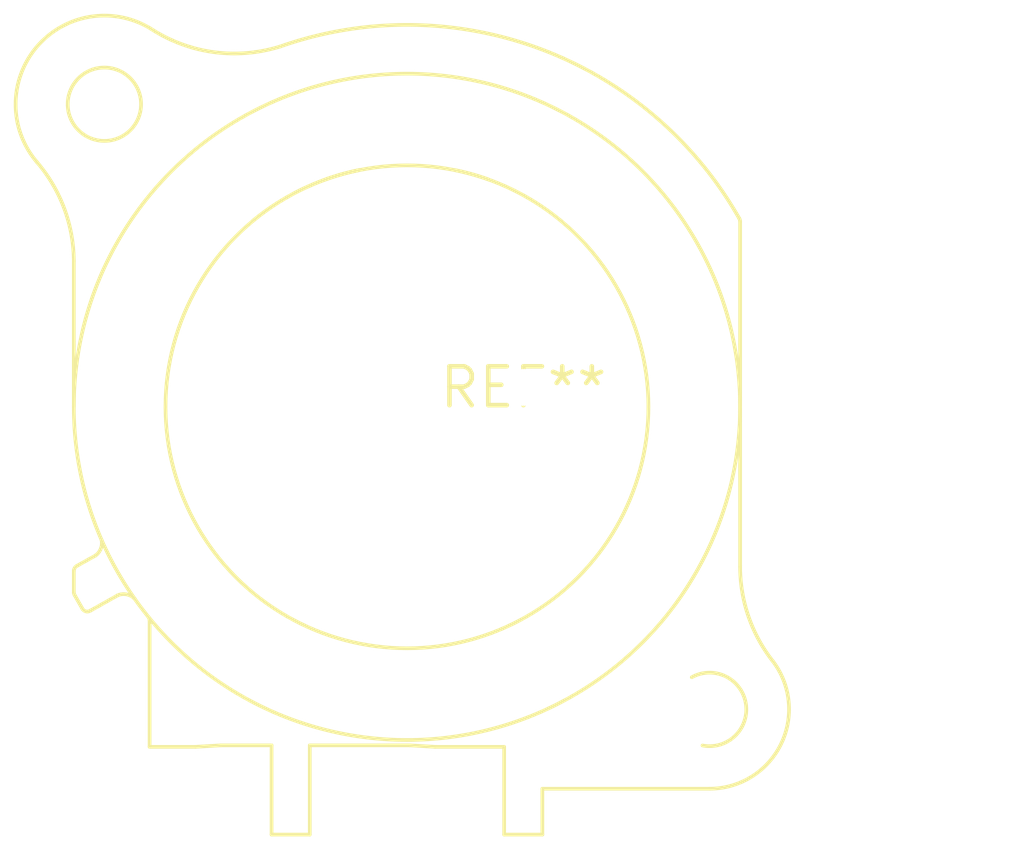
<source format=kicad_pcb>
(kicad_pcb (version 20240108) (generator pcbnew)
  (layers (0 "F.Cu" signal) (31 "B.Cu" signal) (34 "B.Paste" user) (35 "F.Paste" user) (36 "B.SilkS" user "B.Silkscreen") (37 "F.SilkS" user "F.Silkscreen") (38 "B.Mask" user) (39 "F.Mask" user) (44 "Edge.Cuts" user))
  (net 0 "")
  (footprint "Jack_XLR_Neutrik_NC5FAV_Vertical" (layer "F.Cu") (at 0 0)
    (property "Reference" "REF**")
    (property "Value" "Jack_XLR_Neutrik_NC5FAV_Vertical")
    (fp_line (start -14.71 0.635) (end -14.71 -4.13) (layer "F.SilkS") (stroke (width 0.12)))
    (fp_line (start -14.71 6.01) (end -14.71 6.7) (layer "F.SilkS") (stroke (width 0.12)))
    (fp_line (start -14.68 6.8) (end -14.43 7.24) (layer "F.SilkS") (stroke (width 0.12)))
    (fp_line (start -14.61 5.84) (end -14 5.5) (layer "F.SilkS") (stroke (width 0.12)))
    (fp_line (start -14.16 7.3) (end -13.27 6.8) (layer "F.SilkS") (stroke (width 0.12)))
    (fp_line (start -12.23 11.76) (end -12.23 7.62) (layer "F.SilkS") (stroke (width 0.12)))
    (fp_line (start -10.73 11.76) (end -12.23 11.76) (layer "F.SilkS") (stroke (width 0.12)))
    (fp_line (start -9.89 11.71) (end -10.73 11.76) (layer "F.SilkS") (stroke (width 0.12)))
    (fp_line (start -8.24 11.71) (end -9.89 11.71) (layer "F.SilkS") (stroke (width 0.12)))
    (fp_line (start -8.24 11.71) (end -8.24 14.63) (layer "F.SilkS") (stroke (width 0.12)))
    (fp_line (start -6.99 14.63) (end -8.24 14.63) (layer "F.SilkS") (stroke (width 0.12)))
    (fp_line (start -6.99 14.63) (end -6.99 11.71) (layer "F.SilkS") (stroke (width 0.12)))
    (fp_line (start -3.73 11.71) (end -6.99 11.71) (layer "F.SilkS") (stroke (width 0.12)))
    (fp_line (start -2.89 11.76) (end -3.73 11.71) (layer "F.SilkS") (stroke (width 0.12)))
    (fp_line (start -0.63 11.76) (end -2.89 11.76) (layer "F.SilkS") (stroke (width 0.12)))
    (fp_line (start -0.63 11.76) (end -0.63 14.63) (layer "F.SilkS") (stroke (width 0.12)))
    (fp_line (start 0.62 14.63) (end -0.63 14.63) (layer "F.SilkS") (stroke (width 0.12)))
    (fp_line (start 0.62 14.63) (end 0.62 13.13) (layer "F.SilkS") (stroke (width 0.12)))
    (fp_line (start 6.09 13.13) (end 0.62 13.13) (layer "F.SilkS") (stroke (width 0.12)))
    (fp_line (start 7.09 -5.43) (end 7.09 5.87) (layer "F.SilkS") (stroke (width 0.12)))
    (fp_arc (start -15.929066 -7.385564) (mid -15.028115 -5.866905) (end -14.71 -4.13) (layer "F.SilkS") (stroke (width 0.12)))
    (fp_arc (start -15.918146 -7.373153) (mid -15.902506 -11.164998) (end -12.15 -11.71) (layer "F.SilkS") (stroke (width 0.12)))
    (fp_arc (start -14.709743 6.009652) (mid -14.682878 5.9113) (end -14.61 5.84) (layer "F.SilkS") (stroke (width 0.12)))
    (fp_arc (start -14.682649 6.795385) (mid -14.703027 6.749614) (end -14.71 6.7) (layer "F.SilkS") (stroke (width 0.12)))
    (fp_arc (start -14.160142 7.297076) (mid -14.307987 7.329603) (end -14.43 7.24) (layer "F.SilkS") (stroke (width 0.12)))
    (fp_arc (start -13.801628 4.991381) (mid -13.826689 5.274601) (end -14 5.5) (layer "F.SilkS") (stroke (width 0.12)))
    (fp_arc (start -13.27 6.8) (mid -12.979462 6.773118) (end -12.722228 6.910835) (layer "F.SilkS") (stroke (width 0.12)))
    (fp_arc (start -12.267885 7.513016) (mid -12.239751 7.563253) (end -12.23 7.62) (layer "F.SilkS") (stroke (width 0.12)))
    (fp_arc (start -10.874228 -11.129536) (mid -11.532536 -11.374883) (end -12.15 -11.71) (layer "F.SilkS") (stroke (width 0.12)))
    (fp_arc (start -8.842926 -5.457584) (mid -7.213275 -6.497156) (end -5.38 -7.11) (layer "F.SilkS") (stroke (width 0.12)))
    (fp_arc (start -8.78758 -10.969733) (mid -9.842283 -10.938982) (end -10.88 -11.13) (layer "F.SilkS") (stroke (width 0.12)))
    (fp_arc (start -7.953762 -11.154656) (mid -8.367971 -11.044621) (end -8.79 -10.97) (layer "F.SilkS") (stroke (width 0.12)))
    (fp_arc (start -7.952655 -11.154934) (mid 0.574548 -11.067131) (end 7.06 -5.53) (layer "F.SilkS") (stroke (width 0.12)))
    (fp_arc (start -6.455617 -6.811518) (mid -5.923085 -6.979774) (end -5.38 -7.11) (layer "F.SilkS") (stroke (width 0.12)))
    (fp_arc (start -2.235447 -7.109114) (mid -1.692436 -6.978569) (end -1.16 -6.81) (layer "F.SilkS") (stroke (width 0.12)))
    (fp_arc (start 5.507701 9.483226) (mid 7.277502 10.347546) (end 5.86 11.715) (layer "F.SilkS") (stroke (width 0.12)))
    (fp_arc (start 7.056349 -5.537362) (mid 7.080146 -5.485866) (end 7.09 -5.43) (layer "F.SilkS") (stroke (width 0.12)))
    (fp_arc (start 8.152719 8.94722) (mid 8.42187 11.679951) (end 6.09 13.13) (layer "F.SilkS") (stroke (width 0.12)))
    (fp_arc (start 8.154941 8.951603) (mid 7.36532 7.499668) (end 7.09 5.87) (layer "F.SilkS") (stroke (width 0.12)))
    (fp_circle (center -13.71 -9.265) (end -12.51 -9.265) (layer "F.SilkS") (stroke (width 0.12)) (fill none))
    (fp_circle (center -3.81 0.635) (end 4.09 0.635) (layer "F.SilkS") (stroke (width 0.12)) (fill none))
    (fp_circle (center -3.81 0.635) (end 7.09 0.635) (layer "F.SilkS") (stroke (width 0.12)) (fill none))
    (pad "1" thru_hole circle (at 0 0) (size 2.9 2.9) (drill 1.2) (layers *.Cu *.Mask) (remove_unused_layers))
    (pad "2" thru_hole circle (at -0.635 3.175) (size 2.9 2.9) (drill 1.2) (layers *.Cu *.Mask) (remove_unused_layers))
    (pad "3" thru_hole circle (at -3.81 5.08) (size 2.9 2.9) (drill 1.2) (layers *.Cu *.Mask) (remove_unused_layers))
    (pad "4" thru_hole circle (at -6.985 3.175) (size 2.9 2.9) (drill 1.2) (layers *.Cu *.Mask) (remove_unused_layers))
    (pad "5" thru_hole circle (at -7.62 -0.635) (size 2.9 2.9) (drill 1.2) (layers *.Cu *.Mask) (remove_unused_layers))
    (pad "G" thru_hole circle (at 4.445 10.795) (size 2.9 2.9) (drill 1.2) (layers *.Cu *.Mask) (remove_unused_layers))
  )
)
</source>
